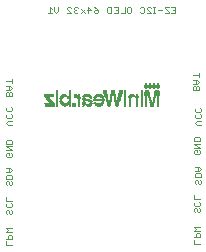
<source format=gbo>
G75*
%MOIN*%
%OFA0B0*%
%FSLAX24Y24*%
%IPPOS*%
%LPD*%
%AMOC8*
5,1,8,0,0,1.08239X$1,22.5*
%
%ADD10C,0.0040*%
%ADD11R,0.0042X0.0007*%
%ADD12R,0.0035X0.0007*%
%ADD13R,0.0028X0.0007*%
%ADD14R,0.0099X0.0007*%
%ADD15R,0.0106X0.0007*%
%ADD16R,0.0092X0.0007*%
%ADD17R,0.0120X0.0007*%
%ADD18R,0.0113X0.0007*%
%ADD19R,0.0085X0.0007*%
%ADD20R,0.0333X0.0007*%
%ADD21R,0.0099X0.0007*%
%ADD22R,0.0106X0.0007*%
%ADD23R,0.0092X0.0007*%
%ADD24R,0.0163X0.0007*%
%ADD25R,0.0149X0.0007*%
%ADD26R,0.0092X0.0007*%
%ADD27R,0.0127X0.0007*%
%ADD28R,0.0333X0.0007*%
%ADD29R,0.0099X0.0007*%
%ADD30R,0.0106X0.0007*%
%ADD31R,0.0092X0.0007*%
%ADD32R,0.0113X0.0007*%
%ADD33R,0.0191X0.0007*%
%ADD34R,0.0177X0.0007*%
%ADD35R,0.0092X0.0007*%
%ADD36R,0.0149X0.0007*%
%ADD37R,0.0333X0.0007*%
%ADD38R,0.0120X0.0007*%
%ADD39R,0.0212X0.0007*%
%ADD40R,0.0191X0.0007*%
%ADD41R,0.0092X0.0007*%
%ADD42R,0.0177X0.0007*%
%ADD43R,0.0120X0.0007*%
%ADD44R,0.0234X0.0007*%
%ADD45R,0.0205X0.0007*%
%ADD46R,0.0099X0.0007*%
%ADD47R,0.0120X0.0007*%
%ADD48R,0.0092X0.0007*%
%ADD49R,0.0113X0.0007*%
%ADD50R,0.0120X0.0007*%
%ADD51R,0.0255X0.0007*%
%ADD52R,0.0220X0.0007*%
%ADD53R,0.0092X0.0007*%
%ADD54R,0.0106X0.0007*%
%ADD55R,0.0198X0.0007*%
%ADD56R,0.0333X0.0007*%
%ADD57R,0.0135X0.0007*%
%ADD58R,0.0127X0.0007*%
%ADD59R,0.0269X0.0007*%
%ADD60R,0.0326X0.0007*%
%ADD61R,0.0212X0.0007*%
%ADD62R,0.0135X0.0007*%
%ADD63R,0.0127X0.0007*%
%ADD64R,0.0127X0.0007*%
%ADD65R,0.0283X0.0007*%
%ADD66R,0.0333X0.0007*%
%ADD67R,0.0227X0.0007*%
%ADD68R,0.0135X0.0007*%
%ADD69R,0.0127X0.0007*%
%ADD70R,0.0290X0.0007*%
%ADD71R,0.0333X0.0007*%
%ADD72R,0.0135X0.0007*%
%ADD73R,0.0297X0.0007*%
%ADD74R,0.0340X0.0007*%
%ADD75R,0.0149X0.0007*%
%ADD76R,0.0135X0.0007*%
%ADD77R,0.0142X0.0007*%
%ADD78R,0.0312X0.0007*%
%ADD79R,0.0156X0.0007*%
%ADD80R,0.0340X0.0007*%
%ADD81R,0.0142X0.0007*%
%ADD82R,0.0120X0.0007*%
%ADD83R,0.0142X0.0007*%
%ADD84R,0.0326X0.0007*%
%ADD85R,0.0149X0.0007*%
%ADD86R,0.0142X0.0007*%
%ADD87R,0.0106X0.0007*%
%ADD88R,0.0127X0.0007*%
%ADD89R,0.0135X0.0007*%
%ADD90R,0.0113X0.0007*%
%ADD91R,0.0163X0.0007*%
%ADD92R,0.0163X0.0007*%
%ADD93R,0.0156X0.0007*%
%ADD94R,0.0113X0.0007*%
%ADD95R,0.0120X0.0007*%
%ADD96R,0.0163X0.0007*%
%ADD97R,0.0163X0.0007*%
%ADD98R,0.0085X0.0007*%
%ADD99R,0.0170X0.0007*%
%ADD100R,0.0177X0.0007*%
%ADD101R,0.0085X0.0007*%
%ADD102R,0.0078X0.0007*%
%ADD103R,0.0177X0.0007*%
%ADD104R,0.0106X0.0007*%
%ADD105R,0.0113X0.0007*%
%ADD106R,0.0085X0.0007*%
%ADD107R,0.0177X0.0007*%
%ADD108R,0.0085X0.0007*%
%ADD109R,0.0177X0.0007*%
%ADD110R,0.0177X0.0007*%
%ADD111R,0.0099X0.0007*%
%ADD112R,0.0184X0.0007*%
%ADD113R,0.0099X0.0007*%
%ADD114R,0.0368X0.0007*%
%ADD115R,0.0191X0.0007*%
%ADD116R,0.0368X0.0007*%
%ADD117R,0.0163X0.0007*%
%ADD118R,0.0184X0.0007*%
%ADD119R,0.0368X0.0007*%
%ADD120R,0.0290X0.0007*%
%ADD121R,0.0113X0.0007*%
%ADD122R,0.0085X0.0007*%
%ADD123R,0.0368X0.0007*%
%ADD124R,0.0276X0.0007*%
%ADD125R,0.0361X0.0007*%
%ADD126R,0.0255X0.0007*%
%ADD127R,0.0085X0.0007*%
%ADD128R,0.0361X0.0007*%
%ADD129R,0.0220X0.0007*%
%ADD130R,0.0361X0.0007*%
%ADD131R,0.0099X0.0007*%
%ADD132R,0.0106X0.0007*%
%ADD133R,0.0106X0.0007*%
%ADD134R,0.0120X0.0007*%
%ADD135R,0.0219X0.0007*%
%ADD136R,0.0142X0.0007*%
%ADD137R,0.0219X0.0007*%
%ADD138R,0.0312X0.0007*%
%ADD139R,0.0219X0.0007*%
%ADD140R,0.0347X0.0007*%
%ADD141R,0.0312X0.0007*%
%ADD142R,0.0304X0.0007*%
%ADD143R,0.0340X0.0007*%
%ADD144R,0.0312X0.0007*%
%ADD145R,0.0234X0.0007*%
%ADD146R,0.0297X0.0007*%
%ADD147R,0.0219X0.0007*%
%ADD148R,0.0312X0.0007*%
%ADD149R,0.0227X0.0007*%
%ADD150R,0.0283X0.0007*%
%ADD151R,0.0290X0.0007*%
%ADD152R,0.0269X0.0007*%
%ADD153R,0.0205X0.0007*%
%ADD154R,0.0184X0.0007*%
%ADD155R,0.0255X0.0007*%
%ADD156R,0.0198X0.0007*%
%ADD157R,0.0191X0.0007*%
%ADD158R,0.0184X0.0007*%
%ADD159R,0.0241X0.0007*%
%ADD160R,0.0255X0.0007*%
%ADD161R,0.0191X0.0007*%
%ADD162R,0.0198X0.0007*%
%ADD163R,0.0184X0.0007*%
%ADD164R,0.0234X0.0007*%
%ADD165R,0.0212X0.0007*%
%ADD166R,0.0184X0.0007*%
%ADD167R,0.0170X0.0007*%
%ADD168R,0.0170X0.0007*%
%ADD169R,0.0156X0.0007*%
%ADD170R,0.0035X0.0007*%
%ADD171R,0.0170X0.0007*%
%ADD172R,0.0042X0.0007*%
%ADD173R,0.0064X0.0007*%
%ADD174R,0.0028X0.0007*%
%ADD175R,0.0035X0.0007*%
%ADD176R,0.0156X0.0007*%
%ADD177R,0.0177X0.0007*%
%ADD178R,0.0170X0.0007*%
%ADD179R,0.0028X0.0007*%
%ADD180R,0.0028X0.0007*%
%ADD181R,0.0057X0.0007*%
%ADD182R,0.0057X0.0007*%
%ADD183R,0.0042X0.0007*%
%ADD184R,0.0043X0.0007*%
%ADD185R,0.0050X0.0007*%
%ADD186R,0.0050X0.0007*%
%ADD187R,0.0043X0.0007*%
%ADD188R,0.0043X0.0007*%
%ADD189R,0.0035X0.0007*%
%ADD190R,0.0035X0.0007*%
%ADD191R,0.0078X0.0007*%
%ADD192R,0.0064X0.0007*%
D10*
X001174Y003114D02*
X001174Y003248D01*
X001174Y003335D02*
X001375Y003335D01*
X001375Y003436D01*
X001341Y003469D01*
X001274Y003469D01*
X001241Y003436D01*
X001241Y003335D01*
X001174Y003114D02*
X001375Y003114D01*
X001375Y003556D02*
X001174Y003556D01*
X001241Y003623D01*
X001174Y003690D01*
X001375Y003690D01*
X001333Y004162D02*
X001300Y004162D01*
X001267Y004195D01*
X001267Y004262D01*
X001233Y004295D01*
X001200Y004295D01*
X001166Y004262D01*
X001166Y004195D01*
X001200Y004162D01*
X001200Y004383D02*
X001166Y004416D01*
X001166Y004483D01*
X001200Y004516D01*
X001166Y004604D02*
X001166Y004737D01*
X001166Y004604D02*
X001367Y004604D01*
X001333Y004516D02*
X001367Y004483D01*
X001367Y004416D01*
X001333Y004383D01*
X001200Y004383D01*
X001333Y004295D02*
X001367Y004262D01*
X001367Y004195D01*
X001333Y004162D01*
X001341Y005122D02*
X001308Y005122D01*
X001274Y005156D01*
X001274Y005222D01*
X001241Y005256D01*
X001208Y005256D01*
X001174Y005222D01*
X001174Y005156D01*
X001208Y005122D01*
X001174Y005343D02*
X001174Y005443D01*
X001208Y005477D01*
X001341Y005477D01*
X001375Y005443D01*
X001375Y005343D01*
X001174Y005343D01*
X001341Y005256D02*
X001375Y005222D01*
X001375Y005156D01*
X001341Y005122D01*
X001308Y005564D02*
X001174Y005564D01*
X001274Y005564D02*
X001274Y005698D01*
X001308Y005698D02*
X001174Y005698D01*
X001308Y005698D02*
X001375Y005631D01*
X001308Y005564D01*
X001341Y006067D02*
X001208Y006067D01*
X001174Y006101D01*
X001174Y006167D01*
X001208Y006201D01*
X001274Y006201D01*
X001274Y006134D01*
X001341Y006201D02*
X001375Y006167D01*
X001375Y006101D01*
X001341Y006067D01*
X001375Y006288D02*
X001174Y006288D01*
X001174Y006422D02*
X001375Y006422D01*
X001375Y006509D02*
X001375Y006609D01*
X001341Y006643D01*
X001208Y006643D01*
X001174Y006609D01*
X001174Y006509D01*
X001375Y006509D01*
X001174Y006422D02*
X001375Y006288D01*
X001371Y007137D02*
X001237Y007137D01*
X001171Y007203D01*
X001237Y007270D01*
X001371Y007270D01*
X001337Y007358D02*
X001204Y007358D01*
X001171Y007391D01*
X001171Y007458D01*
X001204Y007491D01*
X001204Y007579D02*
X001171Y007612D01*
X001171Y007679D01*
X001204Y007712D01*
X001204Y007579D02*
X001337Y007579D01*
X001371Y007612D01*
X001371Y007679D01*
X001337Y007712D01*
X001337Y007491D02*
X001371Y007458D01*
X001371Y007391D01*
X001337Y007358D01*
X001294Y008083D02*
X001294Y008183D01*
X001261Y008217D01*
X001228Y008217D01*
X001194Y008183D01*
X001194Y008083D01*
X001394Y008083D01*
X001394Y008183D01*
X001361Y008217D01*
X001328Y008217D01*
X001294Y008183D01*
X001294Y008304D02*
X001294Y008438D01*
X001328Y008438D02*
X001394Y008371D01*
X001328Y008304D01*
X001194Y008304D01*
X001194Y008438D02*
X001328Y008438D01*
X001394Y008525D02*
X001394Y008659D01*
X001394Y008592D02*
X001194Y008592D01*
X002569Y010869D02*
X002702Y010869D01*
X002635Y010869D02*
X002635Y011069D01*
X002702Y011002D01*
X002790Y010935D02*
X002790Y011069D01*
X002790Y010935D02*
X002856Y010869D01*
X002923Y010935D01*
X002923Y011069D01*
X003231Y011035D02*
X003265Y011069D01*
X003332Y011069D01*
X003365Y011035D01*
X003452Y011035D02*
X003452Y011002D01*
X003486Y010969D01*
X003452Y010935D01*
X003452Y010902D01*
X003486Y010869D01*
X003553Y010869D01*
X003586Y010902D01*
X003673Y010869D02*
X003807Y011002D01*
X003894Y010969D02*
X004028Y010969D01*
X003928Y011069D01*
X003928Y010869D01*
X003807Y010869D02*
X003673Y011002D01*
X003586Y011035D02*
X003553Y011069D01*
X003486Y011069D01*
X003452Y011035D01*
X003486Y010969D02*
X003519Y010969D01*
X003365Y010869D02*
X003231Y011002D01*
X003231Y011035D01*
X003231Y010869D02*
X003365Y010869D01*
X004115Y010902D02*
X004115Y010935D01*
X004149Y010969D01*
X004249Y010969D01*
X004249Y010902D01*
X004216Y010869D01*
X004149Y010869D01*
X004115Y010902D01*
X004182Y011035D02*
X004115Y011069D01*
X004182Y011035D02*
X004249Y010969D01*
X004557Y011035D02*
X004557Y010902D01*
X004591Y010869D01*
X004691Y010869D01*
X004691Y011069D01*
X004591Y011069D01*
X004557Y011035D01*
X004778Y011069D02*
X004912Y011069D01*
X004912Y010869D01*
X004778Y010869D01*
X004845Y010969D02*
X004912Y010969D01*
X004999Y010869D02*
X005133Y010869D01*
X005133Y011069D01*
X005220Y011035D02*
X005220Y010902D01*
X005254Y010869D01*
X005320Y010869D01*
X005354Y010902D01*
X005354Y011035D01*
X005320Y011069D01*
X005254Y011069D01*
X005220Y011035D01*
X005662Y011035D02*
X005696Y011069D01*
X005762Y011069D01*
X005796Y011035D01*
X005796Y010902D01*
X005762Y010869D01*
X005696Y010869D01*
X005662Y010902D01*
X005883Y010869D02*
X006017Y010869D01*
X005883Y011002D01*
X005883Y011035D01*
X005917Y011069D01*
X005983Y011069D01*
X006017Y011035D01*
X006097Y011069D02*
X006164Y011069D01*
X006131Y011069D02*
X006131Y010869D01*
X006164Y010869D02*
X006097Y010869D01*
X006252Y010969D02*
X006385Y010969D01*
X006473Y011035D02*
X006606Y010902D01*
X006606Y010869D01*
X006473Y010869D01*
X006473Y011035D02*
X006473Y011069D01*
X006606Y011069D01*
X006694Y011069D02*
X006827Y011069D01*
X006827Y010869D01*
X006694Y010869D01*
X006760Y010969D02*
X006827Y010969D01*
X007611Y008859D02*
X007611Y008726D01*
X007611Y008792D02*
X007411Y008792D01*
X007411Y008638D02*
X007544Y008638D01*
X007611Y008571D01*
X007544Y008505D01*
X007411Y008505D01*
X007444Y008417D02*
X007411Y008384D01*
X007411Y008284D01*
X007611Y008284D01*
X007611Y008384D01*
X007577Y008417D01*
X007544Y008417D01*
X007511Y008384D01*
X007511Y008284D01*
X007511Y008384D02*
X007477Y008417D01*
X007444Y008417D01*
X007511Y008505D02*
X007511Y008638D01*
X007507Y007710D02*
X007474Y007676D01*
X007474Y007610D01*
X007507Y007576D01*
X007640Y007576D01*
X007674Y007610D01*
X007674Y007676D01*
X007640Y007710D01*
X007640Y007489D02*
X007674Y007455D01*
X007674Y007389D01*
X007640Y007355D01*
X007507Y007355D01*
X007474Y007389D01*
X007474Y007455D01*
X007507Y007489D01*
X007540Y007268D02*
X007474Y007201D01*
X007540Y007134D01*
X007674Y007134D01*
X007674Y007268D02*
X007540Y007268D01*
X007601Y006725D02*
X007468Y006725D01*
X007434Y006692D01*
X007434Y006592D01*
X007634Y006592D01*
X007634Y006692D01*
X007601Y006725D01*
X007634Y006504D02*
X007434Y006504D01*
X007634Y006371D01*
X007434Y006371D01*
X007468Y006283D02*
X007534Y006283D01*
X007534Y006217D01*
X007468Y006283D02*
X007434Y006250D01*
X007434Y006183D01*
X007468Y006150D01*
X007601Y006150D01*
X007634Y006183D01*
X007634Y006250D01*
X007601Y006283D01*
X007607Y005741D02*
X007474Y005741D01*
X007574Y005741D02*
X007574Y005608D01*
X007607Y005608D02*
X007474Y005608D01*
X007507Y005520D02*
X007474Y005487D01*
X007474Y005387D01*
X007674Y005387D01*
X007674Y005487D01*
X007640Y005520D01*
X007507Y005520D01*
X007607Y005608D02*
X007674Y005674D01*
X007607Y005741D01*
X007640Y005299D02*
X007674Y005266D01*
X007674Y005199D01*
X007640Y005166D01*
X007607Y005166D01*
X007574Y005199D01*
X007574Y005266D01*
X007540Y005299D01*
X007507Y005299D01*
X007474Y005266D01*
X007474Y005199D01*
X007507Y005166D01*
X007434Y004796D02*
X007434Y004663D01*
X007634Y004663D01*
X007601Y004575D02*
X007634Y004542D01*
X007634Y004475D01*
X007601Y004442D01*
X007468Y004442D01*
X007434Y004475D01*
X007434Y004542D01*
X007468Y004575D01*
X007468Y004354D02*
X007434Y004321D01*
X007434Y004254D01*
X007468Y004221D01*
X007534Y004254D02*
X007534Y004321D01*
X007501Y004354D01*
X007468Y004354D01*
X007534Y004254D02*
X007568Y004221D01*
X007601Y004221D01*
X007634Y004254D01*
X007634Y004321D01*
X007601Y004354D01*
X007634Y003733D02*
X007434Y003733D01*
X007501Y003666D01*
X007434Y003600D01*
X007634Y003600D01*
X007601Y003512D02*
X007534Y003512D01*
X007501Y003479D01*
X007501Y003379D01*
X007434Y003379D02*
X007634Y003379D01*
X007634Y003479D01*
X007601Y003512D01*
X007434Y003291D02*
X007434Y003158D01*
X007634Y003158D01*
D11*
X004266Y007736D03*
X005802Y008388D03*
X005817Y008430D03*
X005887Y008388D03*
X005887Y008381D03*
X005937Y008388D03*
X005951Y008430D03*
X006022Y008388D03*
X006022Y008381D03*
X006071Y008388D03*
X006086Y008430D03*
X006114Y008331D03*
X006249Y008331D03*
X006291Y008381D03*
X006291Y008388D03*
X006220Y008430D03*
X005979Y008331D03*
X005845Y008331D03*
D12*
X006252Y008480D03*
X003937Y007736D03*
D13*
X003466Y008140D03*
X003140Y007736D03*
D14*
X003140Y007743D03*
X003027Y007892D03*
X003027Y007906D03*
X003027Y007942D03*
X003027Y007956D03*
X003034Y008005D03*
X002885Y008005D03*
X002885Y007991D03*
X002885Y007956D03*
X002885Y007942D03*
X002885Y007906D03*
X002885Y007892D03*
X002885Y007857D03*
X002885Y007842D03*
X002885Y007814D03*
X002885Y007793D03*
X002885Y007764D03*
X002885Y007743D03*
X002885Y008034D03*
X002885Y008055D03*
X002885Y008083D03*
X002885Y008104D03*
X002885Y008182D03*
X002885Y008211D03*
X002885Y008232D03*
X002885Y008260D03*
X003296Y007991D03*
X003621Y007956D03*
X003621Y007942D03*
X003621Y007906D03*
X003621Y007892D03*
X003621Y007857D03*
X003621Y007842D03*
X003621Y007814D03*
X003621Y007793D03*
X003621Y007764D03*
X003621Y007743D03*
X003770Y007892D03*
X003770Y007906D03*
X003770Y008005D03*
X003770Y008034D03*
X003997Y008034D03*
X004004Y007892D03*
X004145Y007857D03*
X004153Y007842D03*
X004145Y007991D03*
X004160Y008034D03*
X004400Y008005D03*
X004400Y007991D03*
X004393Y007857D03*
X004556Y007942D03*
X004549Y007956D03*
X004542Y007991D03*
X004535Y008005D03*
X004528Y008034D03*
X004677Y007991D03*
X004691Y008055D03*
X004939Y007942D03*
X004882Y007743D03*
X004613Y007743D03*
X005307Y007743D03*
X005307Y007764D03*
X005307Y007793D03*
X005307Y007814D03*
X005307Y007842D03*
X005307Y007857D03*
X005307Y007892D03*
X005307Y007906D03*
X005307Y007942D03*
X005307Y007956D03*
X005307Y007991D03*
X005307Y008005D03*
X005555Y008005D03*
X005555Y007991D03*
X005703Y007991D03*
X005703Y008005D03*
X005703Y008034D03*
X005703Y008055D03*
X005703Y008083D03*
X005703Y008104D03*
X005703Y008182D03*
X005703Y008211D03*
X005703Y008232D03*
X005703Y008260D03*
X005852Y008083D03*
X005852Y008055D03*
X005852Y008034D03*
X005852Y008005D03*
X005852Y007991D03*
X005852Y007956D03*
X005852Y007942D03*
X005852Y007906D03*
X005852Y007892D03*
X005852Y007857D03*
X005852Y007842D03*
X005852Y007814D03*
X005852Y007793D03*
X005852Y007764D03*
X005852Y007743D03*
X005703Y007743D03*
X005703Y007764D03*
X005703Y007793D03*
X005703Y007814D03*
X005703Y007842D03*
X005703Y007857D03*
X005703Y007892D03*
X005703Y007906D03*
X005703Y007942D03*
X005703Y007956D03*
X006256Y007956D03*
X006256Y007942D03*
X006256Y007906D03*
X006256Y007892D03*
X006256Y007857D03*
X006256Y007842D03*
X006256Y007814D03*
X006256Y007793D03*
X006256Y007764D03*
X006256Y007743D03*
X006256Y007991D03*
X006256Y008005D03*
X006256Y008034D03*
X006256Y008055D03*
X006256Y008083D03*
D15*
X006054Y007743D03*
X005317Y008034D03*
X004985Y008104D03*
X004977Y008083D03*
X004970Y008055D03*
X004963Y008034D03*
X004956Y008005D03*
X004942Y007956D03*
X004992Y008133D03*
X004524Y008055D03*
X004517Y008083D03*
X004510Y008104D03*
X004489Y008182D03*
X004482Y008211D03*
X004475Y008232D03*
X004468Y008260D03*
X004390Y008034D03*
X004390Y007842D03*
X003774Y007857D03*
X003774Y007991D03*
X003505Y008104D03*
X003292Y008005D03*
X003292Y007857D03*
X003441Y007842D03*
X003441Y007814D03*
X003441Y007793D03*
X003441Y007764D03*
X003441Y007743D03*
X003037Y007857D03*
D16*
X003299Y007892D03*
X003299Y007906D03*
X003299Y007942D03*
X003299Y007956D03*
X003299Y008083D03*
X003299Y008104D03*
X003299Y008133D03*
X003299Y008182D03*
X003299Y008211D03*
X003299Y008232D03*
X003299Y008260D03*
X003625Y008104D03*
X003625Y008083D03*
X004007Y008005D03*
X004149Y008005D03*
X004404Y007892D03*
X004666Y007942D03*
X004666Y007956D03*
X004680Y008005D03*
X004687Y008034D03*
X004808Y008034D03*
X004815Y008005D03*
X004829Y007942D03*
X005162Y007942D03*
X005162Y007956D03*
X005162Y007991D03*
X005162Y008005D03*
X005162Y008034D03*
X005162Y008055D03*
X005162Y008083D03*
X005162Y008104D03*
X005162Y008182D03*
X005162Y008211D03*
X005162Y008232D03*
X005162Y008260D03*
X005162Y007906D03*
X005162Y007892D03*
X005162Y007857D03*
X005162Y007842D03*
X005162Y007814D03*
X005162Y007793D03*
X005162Y007764D03*
X005162Y007743D03*
X005558Y007743D03*
X005558Y007764D03*
X005558Y007793D03*
X005558Y007814D03*
X005558Y007842D03*
X005558Y007857D03*
X005558Y007892D03*
X005558Y007906D03*
X005558Y007942D03*
X005558Y007956D03*
X005558Y008083D03*
X005558Y008104D03*
X005848Y008359D03*
X005955Y008083D03*
X005962Y008055D03*
X005990Y007942D03*
X006103Y007892D03*
X006118Y007942D03*
X006118Y007956D03*
X006139Y008034D03*
X006146Y008055D03*
X006153Y008083D03*
X006118Y008359D03*
X006252Y008359D03*
X003299Y007793D03*
X003299Y007764D03*
X003299Y007743D03*
D17*
X003285Y007842D03*
X003285Y008034D03*
X003512Y008083D03*
X004269Y008133D03*
X004369Y008055D03*
X004269Y007743D03*
X002584Y007991D03*
D18*
X002616Y007956D03*
X002673Y007892D03*
X002715Y007842D03*
X003048Y007842D03*
X003048Y008034D03*
X003777Y007842D03*
X003940Y007743D03*
X004004Y007814D03*
X003990Y007906D03*
X003983Y008055D03*
X004613Y007764D03*
X004882Y007764D03*
X005009Y008211D03*
X005016Y008232D03*
X005024Y008260D03*
X005547Y008034D03*
D19*
X005979Y007991D03*
X005987Y007956D03*
X006128Y007991D03*
X003763Y007743D03*
D20*
X002634Y007743D03*
X002634Y007764D03*
X002634Y007793D03*
X002634Y007814D03*
D21*
X002885Y007800D03*
X002885Y007849D03*
X002885Y007899D03*
X002885Y007949D03*
X002885Y007998D03*
X002885Y008048D03*
X002885Y008097D03*
X002885Y008218D03*
X002885Y008267D03*
X003034Y007998D03*
X003027Y007949D03*
X003027Y007899D03*
X002885Y007750D03*
X003296Y007998D03*
X003621Y007949D03*
X003621Y007899D03*
X003621Y007849D03*
X003621Y007800D03*
X003621Y007750D03*
X003770Y007899D03*
X003770Y007998D03*
X003990Y008048D03*
X004145Y007998D03*
X004153Y007849D03*
X004393Y007849D03*
X004400Y007998D03*
X004528Y008048D03*
X004514Y008097D03*
X004542Y007998D03*
X004613Y007750D03*
X004882Y007750D03*
X004939Y007949D03*
X004953Y007998D03*
X004967Y008048D03*
X005307Y007998D03*
X005307Y007949D03*
X005307Y007899D03*
X005307Y007849D03*
X005307Y007800D03*
X005307Y007750D03*
X005555Y007998D03*
X005703Y007998D03*
X005703Y007949D03*
X005703Y007899D03*
X005703Y007849D03*
X005703Y007800D03*
X005703Y007750D03*
X005852Y007750D03*
X005852Y007800D03*
X005852Y007849D03*
X005852Y007899D03*
X005852Y007949D03*
X005852Y007998D03*
X005852Y008048D03*
X005703Y008048D03*
X005703Y008097D03*
X005703Y008218D03*
X005703Y008267D03*
X006256Y008048D03*
X006256Y007998D03*
X006256Y007949D03*
X006256Y007899D03*
X006256Y007849D03*
X006256Y007800D03*
X006256Y007750D03*
D22*
X006054Y007750D03*
X004977Y008097D03*
X005013Y008218D03*
X004482Y008218D03*
X004170Y008048D03*
X004000Y007899D03*
X003774Y007849D03*
X003781Y008048D03*
X003441Y007800D03*
X003441Y007750D03*
X003044Y007849D03*
D23*
X003299Y007899D03*
X003299Y007949D03*
X003299Y008097D03*
X003299Y008218D03*
X003299Y008267D03*
X003625Y008097D03*
X003299Y007750D03*
X004666Y007949D03*
X004680Y007998D03*
X004687Y008048D03*
X004815Y007998D03*
X005162Y007998D03*
X005162Y007949D03*
X005162Y007899D03*
X005162Y007849D03*
X005162Y007800D03*
X005162Y007750D03*
X005162Y008048D03*
X005162Y008097D03*
X005162Y008218D03*
X005162Y008267D03*
X005558Y008097D03*
X005558Y007949D03*
X005558Y007899D03*
X005558Y007849D03*
X005558Y007800D03*
X005558Y007750D03*
X005976Y007998D03*
X005962Y008048D03*
X006146Y008048D03*
X006118Y007949D03*
X006103Y007899D03*
D24*
X005884Y008218D03*
X004269Y007750D03*
D25*
X003937Y007750D03*
D26*
X004014Y007849D03*
X003767Y007750D03*
X004553Y007949D03*
X006132Y007998D03*
D27*
X004747Y008218D03*
X004613Y007800D03*
X003140Y007750D03*
D28*
X003179Y007800D03*
X002634Y007800D03*
X002634Y007750D03*
D29*
X002885Y007757D03*
X002885Y007772D03*
X002885Y007786D03*
X002885Y007807D03*
X002885Y007821D03*
X002885Y007835D03*
X002885Y007864D03*
X002885Y007871D03*
X002885Y007885D03*
X002885Y007913D03*
X002885Y007927D03*
X002885Y007934D03*
X002885Y007963D03*
X002885Y007977D03*
X002885Y007984D03*
X002885Y008012D03*
X002885Y008026D03*
X002885Y008041D03*
X002885Y008062D03*
X002885Y008076D03*
X002885Y008090D03*
X002885Y008111D03*
X002885Y008126D03*
X002885Y008175D03*
X002885Y008189D03*
X002885Y008204D03*
X002885Y008225D03*
X002885Y008239D03*
X002885Y008253D03*
X003027Y007984D03*
X003027Y007977D03*
X003027Y007963D03*
X003027Y007934D03*
X003027Y007927D03*
X003027Y007913D03*
X003034Y007871D03*
X003296Y007871D03*
X003296Y007885D03*
X003296Y007984D03*
X003501Y008111D03*
X003621Y007984D03*
X003621Y007977D03*
X003621Y007963D03*
X003621Y007934D03*
X003621Y007927D03*
X003621Y007913D03*
X003621Y007885D03*
X003621Y007871D03*
X003621Y007864D03*
X003621Y007835D03*
X003621Y007821D03*
X003621Y007807D03*
X003621Y007786D03*
X003621Y007772D03*
X003621Y007757D03*
X003770Y007864D03*
X003770Y007871D03*
X003770Y007885D03*
X003770Y007913D03*
X003770Y008012D03*
X003770Y008026D03*
X003777Y008041D03*
X003997Y008041D03*
X004011Y007871D03*
X004011Y007835D03*
X004145Y007984D03*
X004400Y008012D03*
X004400Y007871D03*
X004400Y007864D03*
X004556Y007934D03*
X004549Y007963D03*
X004542Y007984D03*
X004535Y008012D03*
X004535Y008026D03*
X004528Y008041D03*
X004521Y008062D03*
X004521Y008076D03*
X004514Y008090D03*
X004507Y008126D03*
X004500Y008154D03*
X004492Y008175D03*
X004485Y008204D03*
X004478Y008225D03*
X004471Y008253D03*
X004669Y007963D03*
X004662Y007934D03*
X004931Y007927D03*
X004946Y007977D03*
X004960Y008026D03*
X004974Y008076D03*
X005307Y007984D03*
X005307Y007977D03*
X005307Y007963D03*
X005307Y007934D03*
X005307Y007927D03*
X005307Y007913D03*
X005307Y007885D03*
X005307Y007871D03*
X005307Y007864D03*
X005307Y007835D03*
X005307Y007821D03*
X005307Y007807D03*
X005307Y007786D03*
X005307Y007772D03*
X005307Y007757D03*
X005555Y007984D03*
X005703Y007984D03*
X005703Y007977D03*
X005703Y007963D03*
X005703Y007934D03*
X005703Y007927D03*
X005703Y007913D03*
X005703Y007885D03*
X005703Y007871D03*
X005703Y007864D03*
X005703Y007835D03*
X005703Y007821D03*
X005703Y007807D03*
X005703Y007786D03*
X005703Y007772D03*
X005703Y007757D03*
X005852Y007757D03*
X005852Y007772D03*
X005852Y007786D03*
X005852Y007807D03*
X005852Y007821D03*
X005852Y007835D03*
X005852Y007864D03*
X005852Y007871D03*
X005852Y007885D03*
X005852Y007913D03*
X005852Y007927D03*
X005852Y007934D03*
X005852Y007963D03*
X005852Y007977D03*
X005852Y007984D03*
X005852Y008012D03*
X005852Y008026D03*
X005852Y008041D03*
X005852Y008062D03*
X005852Y008076D03*
X005852Y008090D03*
X005703Y008090D03*
X005703Y008076D03*
X005703Y008062D03*
X005703Y008041D03*
X005703Y008026D03*
X005703Y008012D03*
X005703Y008111D03*
X005703Y008126D03*
X005703Y008175D03*
X005703Y008189D03*
X005703Y008204D03*
X005703Y008225D03*
X005703Y008239D03*
X005703Y008253D03*
X006256Y008090D03*
X006256Y008076D03*
X006256Y008062D03*
X006256Y008041D03*
X006256Y008026D03*
X006256Y008012D03*
X006256Y007984D03*
X006256Y007977D03*
X006256Y007963D03*
X006256Y007934D03*
X006256Y007927D03*
X006256Y007913D03*
X006256Y007885D03*
X006256Y007871D03*
X006256Y007864D03*
X006256Y007835D03*
X006256Y007821D03*
X006256Y007807D03*
X006256Y007786D03*
X006256Y007772D03*
X006256Y007757D03*
D30*
X006054Y007757D03*
X005551Y008012D03*
X005310Y008012D03*
X005310Y008026D03*
X004985Y008111D03*
X004985Y008126D03*
X004992Y008140D03*
X005006Y008189D03*
X005013Y008225D03*
X005020Y008253D03*
X004977Y008090D03*
X004970Y008062D03*
X004963Y008041D03*
X004956Y008012D03*
X004942Y007963D03*
X004935Y007934D03*
X004885Y007757D03*
X004510Y008111D03*
X004496Y008161D03*
X004489Y008189D03*
X004475Y008239D03*
X004383Y008041D03*
X004390Y008026D03*
X004383Y007835D03*
X004156Y007835D03*
X004007Y007821D03*
X003441Y007821D03*
X003441Y007807D03*
X003441Y007786D03*
X003441Y007772D03*
X003441Y007757D03*
X003441Y007835D03*
X003292Y007864D03*
X003292Y008012D03*
X003044Y008026D03*
X003037Y008012D03*
X003037Y007864D03*
D31*
X003299Y007913D03*
X003299Y007927D03*
X003299Y007934D03*
X003299Y007963D03*
X003299Y007977D03*
X003299Y008076D03*
X003299Y008090D03*
X003299Y008111D03*
X003299Y008126D03*
X003299Y008140D03*
X003299Y008154D03*
X003299Y008161D03*
X003299Y008175D03*
X003299Y008189D03*
X003299Y008204D03*
X003299Y008225D03*
X003299Y008239D03*
X003299Y008253D03*
X003625Y008126D03*
X003625Y008111D03*
X003625Y008090D03*
X004000Y008026D03*
X004007Y007885D03*
X004142Y007977D03*
X004149Y008012D03*
X004156Y008026D03*
X004404Y007885D03*
X004560Y007927D03*
X004546Y007977D03*
X004659Y007927D03*
X004673Y007977D03*
X004673Y007984D03*
X004680Y008012D03*
X004687Y008026D03*
X004687Y008041D03*
X004694Y008062D03*
X004694Y008076D03*
X004808Y008041D03*
X004808Y008026D03*
X004815Y008012D03*
X004822Y007977D03*
X005162Y007977D03*
X005162Y007984D03*
X005162Y007963D03*
X005162Y007934D03*
X005162Y007927D03*
X005162Y007913D03*
X005162Y007885D03*
X005162Y007871D03*
X005162Y007864D03*
X005162Y007835D03*
X005162Y007821D03*
X005162Y007807D03*
X005162Y007786D03*
X005162Y007772D03*
X005162Y007757D03*
X005162Y008012D03*
X005162Y008026D03*
X005162Y008041D03*
X005162Y008062D03*
X005162Y008076D03*
X005162Y008090D03*
X005162Y008111D03*
X005162Y008126D03*
X005162Y008175D03*
X005162Y008189D03*
X005162Y008204D03*
X005162Y008225D03*
X005162Y008239D03*
X005162Y008253D03*
X005558Y008126D03*
X005558Y008111D03*
X005558Y008090D03*
X005558Y008076D03*
X005558Y007977D03*
X005558Y007963D03*
X005558Y007934D03*
X005558Y007927D03*
X005558Y007913D03*
X005558Y007885D03*
X005558Y007871D03*
X005558Y007864D03*
X005558Y007835D03*
X005558Y007821D03*
X005558Y007807D03*
X005558Y007786D03*
X005558Y007772D03*
X005558Y007757D03*
X005969Y008026D03*
X005955Y008076D03*
X006139Y008041D03*
X006139Y008026D03*
X006146Y008062D03*
X006153Y008076D03*
X006153Y008090D03*
X006125Y007984D03*
X006125Y007977D03*
X006110Y007927D03*
X003299Y007786D03*
X003299Y007772D03*
X003299Y007757D03*
D32*
X003289Y008026D03*
X003777Y007984D03*
X004613Y007772D03*
X004613Y007757D03*
X004882Y007772D03*
X005009Y008204D03*
X005016Y008239D03*
X005321Y008041D03*
X005547Y008026D03*
X002722Y007835D03*
X002694Y007871D03*
X002566Y008012D03*
D33*
X003136Y007772D03*
X003922Y007934D03*
X004269Y007757D03*
X004609Y007913D03*
X004885Y007913D03*
X005898Y008111D03*
X006210Y008111D03*
X006210Y008126D03*
D34*
X006217Y008175D03*
X006217Y008189D03*
X006054Y007871D03*
X006054Y007864D03*
X004885Y007885D03*
X003937Y007757D03*
D35*
X004014Y007864D03*
X003767Y007927D03*
X003767Y007934D03*
X003767Y007772D03*
X003767Y007757D03*
X003129Y008126D03*
X004800Y008076D03*
X004800Y008062D03*
X006132Y008012D03*
D36*
X006054Y007835D03*
X006054Y007821D03*
X004885Y007835D03*
X004609Y007835D03*
X003271Y007821D03*
X003136Y007757D03*
X003129Y008111D03*
D37*
X003179Y007807D03*
X002634Y007807D03*
X002634Y007786D03*
X002634Y007772D03*
X002634Y007757D03*
X005438Y008062D03*
D38*
X006054Y007764D03*
X004177Y008055D03*
X003788Y008055D03*
X002704Y007857D03*
X002662Y007906D03*
X002570Y008005D03*
X002549Y008034D03*
D39*
X004273Y007764D03*
D40*
X003937Y007764D03*
X004609Y007906D03*
X004744Y008083D03*
X005898Y008104D03*
X006210Y008133D03*
D41*
X006132Y008005D03*
X005983Y008359D03*
X004800Y008055D03*
X004014Y007857D03*
X004014Y007842D03*
X003767Y007764D03*
D42*
X003136Y007764D03*
X003129Y008104D03*
X004609Y007892D03*
X005388Y008104D03*
D43*
X004885Y007786D03*
X003781Y007835D03*
X003051Y007835D03*
X003051Y008041D03*
X002697Y007864D03*
X002655Y007913D03*
X002612Y007963D03*
X002598Y007977D03*
X002556Y008026D03*
X006054Y007772D03*
D44*
X004269Y007772D03*
X003129Y008076D03*
D45*
X003937Y007772D03*
D46*
X004011Y007828D03*
X004011Y007878D03*
X004153Y008019D03*
X004393Y008019D03*
X004400Y007878D03*
X004549Y007970D03*
X004535Y008019D03*
X004521Y008069D03*
X004507Y008119D03*
X004500Y008147D03*
X004492Y008168D03*
X004485Y008196D03*
X004960Y008019D03*
X004946Y007970D03*
X005307Y007970D03*
X005307Y007920D03*
X005307Y007878D03*
X005307Y007828D03*
X005307Y007779D03*
X005703Y007779D03*
X005703Y007828D03*
X005703Y007878D03*
X005703Y007920D03*
X005703Y007970D03*
X005703Y008019D03*
X005703Y008069D03*
X005703Y008119D03*
X005703Y008196D03*
X005703Y008246D03*
X005852Y008069D03*
X005852Y008019D03*
X005852Y007970D03*
X005852Y007920D03*
X005852Y007878D03*
X005852Y007828D03*
X005852Y007779D03*
X006256Y007779D03*
X006256Y007828D03*
X006256Y007878D03*
X006256Y007920D03*
X006256Y007970D03*
X006256Y008019D03*
X006256Y008069D03*
X003770Y008019D03*
X003770Y007878D03*
X003621Y007878D03*
X003621Y007920D03*
X003621Y007970D03*
X003621Y007828D03*
X003621Y007779D03*
X003296Y007878D03*
X003034Y007878D03*
X003027Y007920D03*
X003027Y007970D03*
X002885Y007970D03*
X002885Y008019D03*
X002885Y008069D03*
X002885Y008119D03*
X002885Y008196D03*
X002885Y008246D03*
X002885Y007920D03*
X002885Y007878D03*
X002885Y007828D03*
X002885Y007779D03*
D47*
X003059Y007828D03*
X002648Y007920D03*
X002605Y007970D03*
X006054Y007779D03*
D48*
X006110Y007920D03*
X006125Y007970D03*
X006139Y008019D03*
X006146Y008069D03*
X005969Y008019D03*
X005558Y007970D03*
X005558Y007920D03*
X005558Y007878D03*
X005558Y007828D03*
X005558Y007779D03*
X005558Y008069D03*
X005558Y008119D03*
X005848Y008437D03*
X006118Y008437D03*
X006252Y008437D03*
X005162Y008246D03*
X005162Y008196D03*
X005162Y008119D03*
X005162Y008069D03*
X005162Y008019D03*
X005162Y007970D03*
X005162Y007920D03*
X005162Y007878D03*
X005162Y007828D03*
X005162Y007779D03*
X004822Y007970D03*
X004673Y007970D03*
X004680Y008019D03*
X004694Y008069D03*
X004000Y008019D03*
X003625Y008119D03*
X003498Y008119D03*
X003299Y008119D03*
X003299Y008147D03*
X003299Y008168D03*
X003299Y008196D03*
X003299Y008246D03*
X003299Y007970D03*
X003299Y007920D03*
X003299Y007779D03*
D49*
X003289Y008019D03*
X002559Y008019D03*
X004379Y007828D03*
X004882Y007779D03*
D50*
X004609Y007779D03*
X003611Y008019D03*
D51*
X004273Y007779D03*
D52*
X003937Y007779D03*
D53*
X003767Y007779D03*
X003767Y007920D03*
X004800Y008069D03*
X005983Y007970D03*
X005983Y008437D03*
D54*
X005551Y008019D03*
X005310Y008019D03*
X004985Y008119D03*
X004992Y008147D03*
X005006Y008196D03*
X005020Y008246D03*
X004970Y008069D03*
X004475Y008246D03*
X003441Y007828D03*
X003441Y007779D03*
X003037Y008019D03*
D55*
X003133Y007779D03*
D56*
X003179Y008069D03*
X002634Y007779D03*
D57*
X003788Y007977D03*
X006054Y007807D03*
X006054Y007786D03*
D58*
X005540Y008041D03*
X004747Y008225D03*
X004613Y007786D03*
X003976Y007913D03*
X003282Y007835D03*
X003282Y008041D03*
D59*
X003883Y008090D03*
X004273Y007786D03*
D60*
X003883Y007786D03*
D61*
X003133Y007786D03*
D62*
X006054Y007793D03*
D63*
X004882Y007793D03*
D64*
X004613Y007793D03*
X004747Y008211D03*
X004747Y008232D03*
D65*
X004273Y007793D03*
X003883Y008083D03*
D66*
X003887Y007793D03*
D67*
X004273Y008104D03*
X003133Y007793D03*
D68*
X006054Y007800D03*
D69*
X004882Y007800D03*
X003062Y008048D03*
D70*
X004269Y007800D03*
D71*
X003887Y007800D03*
D72*
X003604Y008026D03*
X003066Y007821D03*
X004609Y007807D03*
X004885Y007807D03*
D73*
X004273Y007807D03*
D74*
X003891Y007807D03*
D75*
X003597Y008034D03*
X004885Y007842D03*
X005877Y008260D03*
X006054Y007814D03*
D76*
X004885Y007814D03*
D77*
X004613Y007814D03*
X004747Y008182D03*
D78*
X004273Y007814D03*
D79*
X004613Y007842D03*
X003798Y007814D03*
X005880Y008232D03*
X006227Y008260D03*
D80*
X005434Y008055D03*
X003175Y007814D03*
D81*
X003883Y008126D03*
X004613Y007821D03*
X004882Y007821D03*
X004747Y008189D03*
X004747Y008204D03*
D82*
X004751Y008239D03*
X004369Y007821D03*
X004170Y007821D03*
X003512Y008090D03*
X002641Y007927D03*
X002634Y007934D03*
X002591Y007984D03*
X002542Y008041D03*
D83*
X003791Y007821D03*
D84*
X002630Y007821D03*
D85*
X004609Y007828D03*
X006054Y007828D03*
D86*
X004882Y007828D03*
X004747Y008196D03*
D87*
X004999Y008168D03*
X004163Y007828D03*
D88*
X003784Y007828D03*
D89*
X003278Y007828D03*
X003129Y008119D03*
X005388Y008119D03*
D90*
X004747Y008246D03*
X002729Y007828D03*
X002687Y007878D03*
D91*
X006054Y007857D03*
X006054Y007842D03*
D92*
X006054Y007849D03*
D93*
X004882Y007849D03*
X004613Y007849D03*
D94*
X004379Y008048D03*
X003508Y008097D03*
X003289Y007849D03*
X002666Y007899D03*
X002623Y007949D03*
D95*
X002712Y007849D03*
X005324Y008048D03*
D96*
X004885Y007857D03*
X004609Y007857D03*
X005884Y008211D03*
X006224Y008232D03*
D97*
X006224Y008239D03*
X006224Y008225D03*
X005884Y008225D03*
X005884Y008204D03*
X005388Y008111D03*
X004885Y007871D03*
X004885Y007864D03*
X004609Y007864D03*
X004609Y007871D03*
D98*
X004811Y008019D03*
X005958Y008069D03*
X005994Y007920D03*
X006008Y007878D03*
X006100Y007878D03*
D99*
X004882Y007878D03*
D100*
X004609Y007878D03*
X003809Y007970D03*
X005891Y008147D03*
X005891Y008168D03*
D101*
X005951Y008090D03*
X005958Y008062D03*
X005965Y008041D03*
X005972Y008012D03*
X005994Y007934D03*
X005994Y007927D03*
X006001Y007913D03*
X006100Y007885D03*
X006107Y007913D03*
X006114Y007934D03*
X006121Y007963D03*
X006114Y008352D03*
X006249Y008352D03*
X005845Y008352D03*
X004818Y007984D03*
X004825Y007963D03*
X004832Y007934D03*
X004832Y007927D03*
X004004Y008012D03*
D102*
X003490Y008126D03*
X005848Y008444D03*
X005848Y008451D03*
X006118Y008451D03*
X006118Y008444D03*
X006252Y008444D03*
X006252Y008451D03*
X006004Y007885D03*
D103*
X005891Y008154D03*
X005891Y008161D03*
X004744Y008111D03*
X004609Y007885D03*
D104*
X004503Y008140D03*
X004163Y008041D03*
X004949Y007984D03*
X004999Y008161D03*
X004999Y008175D03*
X005388Y008126D03*
X003030Y007885D03*
D105*
X002680Y007885D03*
X003614Y008012D03*
X004747Y008253D03*
X004995Y008154D03*
D106*
X004818Y007991D03*
X004825Y007956D03*
X005965Y008034D03*
X005972Y008005D03*
X006001Y007906D03*
X006001Y007892D03*
X006107Y007906D03*
D107*
X006217Y008182D03*
X004885Y007892D03*
D108*
X004825Y007949D03*
X006001Y007899D03*
D109*
X004885Y007899D03*
D110*
X004609Y007899D03*
D111*
X004407Y007899D03*
D112*
X004889Y007906D03*
X005894Y008133D03*
D113*
X004407Y007906D03*
D114*
X004273Y007913D03*
X004273Y007927D03*
X004273Y007934D03*
D115*
X004609Y007920D03*
X004885Y007920D03*
X006210Y008119D03*
D116*
X004273Y007920D03*
D117*
X003958Y007920D03*
X006224Y008246D03*
D118*
X006213Y008161D03*
X006213Y008154D03*
X006213Y008140D03*
X005894Y008140D03*
X005894Y008126D03*
X003940Y007927D03*
D119*
X004273Y007942D03*
D120*
X003866Y007942D03*
D121*
X003614Y008005D03*
X002630Y007942D03*
X004747Y008260D03*
X005002Y008182D03*
D122*
X004804Y008048D03*
X005987Y007949D03*
D123*
X004273Y007949D03*
D124*
X003859Y007949D03*
D125*
X004276Y007956D03*
D126*
X003848Y007956D03*
D127*
X005979Y007977D03*
X005979Y007984D03*
X005987Y007963D03*
X005979Y008352D03*
D128*
X004276Y007963D03*
D129*
X003830Y007963D03*
D130*
X004276Y007970D03*
D131*
X004407Y007977D03*
X004407Y007984D03*
D132*
X004503Y008133D03*
X004949Y007991D03*
X003618Y007991D03*
X003030Y007991D03*
D133*
X003618Y007998D03*
D134*
X002577Y007998D03*
D135*
X003561Y008041D03*
X003561Y008062D03*
X003561Y008076D03*
D136*
X003275Y008048D03*
X005533Y008048D03*
D137*
X003561Y008048D03*
D138*
X002630Y008048D03*
X002630Y008097D03*
D139*
X003129Y008083D03*
X003561Y008055D03*
X005388Y008083D03*
D140*
X003172Y008055D03*
D141*
X002630Y008055D03*
X002630Y008083D03*
X002630Y008104D03*
D142*
X003887Y008062D03*
X004276Y008062D03*
D143*
X003175Y008062D03*
D144*
X002630Y008062D03*
X002630Y008076D03*
X002630Y008090D03*
X002630Y008111D03*
X002630Y008126D03*
D145*
X005388Y008069D03*
D146*
X004273Y008069D03*
X003883Y008069D03*
D147*
X003561Y008069D03*
D148*
X002630Y008069D03*
X002630Y008119D03*
D149*
X005392Y008076D03*
D150*
X004273Y008076D03*
D151*
X003887Y008076D03*
D152*
X004273Y008083D03*
D153*
X005388Y008090D03*
X003129Y008090D03*
D154*
X004747Y008090D03*
D155*
X004273Y008090D03*
D156*
X006206Y008097D03*
D157*
X005898Y008097D03*
X005388Y008097D03*
D158*
X004747Y008097D03*
D159*
X004273Y008097D03*
D160*
X003883Y008097D03*
D161*
X003129Y008097D03*
D162*
X006206Y008104D03*
D163*
X004747Y008104D03*
D164*
X003887Y008104D03*
D165*
X003883Y008111D03*
X004273Y008111D03*
D166*
X004273Y008119D03*
X003883Y008119D03*
X005894Y008119D03*
X006213Y008147D03*
D167*
X006220Y008196D03*
X005887Y008196D03*
X004747Y008119D03*
D168*
X004747Y008126D03*
X004747Y008140D03*
X005887Y008175D03*
X005887Y008189D03*
X006220Y008204D03*
D169*
X006227Y008253D03*
X005880Y008253D03*
X005880Y008239D03*
X004747Y008175D03*
X004747Y008161D03*
X004747Y008154D03*
X004273Y008126D03*
D170*
X005388Y008133D03*
D171*
X005887Y008182D03*
X006220Y008211D03*
X004747Y008133D03*
D172*
X003883Y008133D03*
X005802Y008409D03*
X005845Y008473D03*
X005880Y008423D03*
X005887Y008409D03*
X005880Y008373D03*
X005845Y008324D03*
X005937Y008409D03*
X005944Y008423D03*
X005979Y008473D03*
X006015Y008423D03*
X006022Y008409D03*
X006015Y008373D03*
X005979Y008324D03*
X006071Y008409D03*
X006079Y008423D03*
X006114Y008473D03*
X006149Y008423D03*
X006149Y008373D03*
X006114Y008324D03*
X006249Y008324D03*
X006284Y008373D03*
X006284Y008423D03*
X006249Y008473D03*
X006213Y008423D03*
D173*
X006118Y008458D03*
X005983Y008458D03*
X005848Y008458D03*
X003483Y008133D03*
D174*
X003133Y008133D03*
D175*
X004269Y008140D03*
X005848Y008480D03*
X005983Y008480D03*
X006118Y008480D03*
D176*
X005880Y008246D03*
X004747Y008168D03*
X004747Y008147D03*
D177*
X006217Y008168D03*
D178*
X006220Y008218D03*
D179*
X006249Y008317D03*
X006114Y008317D03*
D180*
X005979Y008317D03*
X005845Y008317D03*
D181*
X005845Y008338D03*
X005979Y008338D03*
X006114Y008338D03*
X006249Y008338D03*
D182*
X006249Y008345D03*
X006114Y008345D03*
X005979Y008345D03*
X005845Y008345D03*
D183*
X005873Y008366D03*
X005887Y008416D03*
X005845Y008466D03*
X005817Y008366D03*
X005951Y008366D03*
X006022Y008416D03*
X005979Y008466D03*
X006114Y008466D03*
X006142Y008366D03*
X006086Y008366D03*
X006220Y008366D03*
X006277Y008366D03*
X006291Y008416D03*
X006249Y008466D03*
D184*
X006156Y008416D03*
X006008Y008366D03*
D185*
X005948Y008373D03*
X006082Y008373D03*
X006217Y008373D03*
X006295Y008409D03*
X005813Y008373D03*
D186*
X005806Y008381D03*
X005877Y008430D03*
X005940Y008381D03*
X006011Y008430D03*
X006075Y008381D03*
X006146Y008430D03*
X006210Y008381D03*
X006280Y008430D03*
D187*
X006206Y008388D03*
X006156Y008388D03*
X006156Y008381D03*
D188*
X006156Y008409D03*
X006206Y008409D03*
X005809Y008423D03*
D189*
X005806Y008416D03*
X006210Y008416D03*
D190*
X006075Y008416D03*
X005940Y008416D03*
D191*
X005983Y008444D03*
X005983Y008451D03*
D192*
X006252Y008458D03*
M02*

</source>
